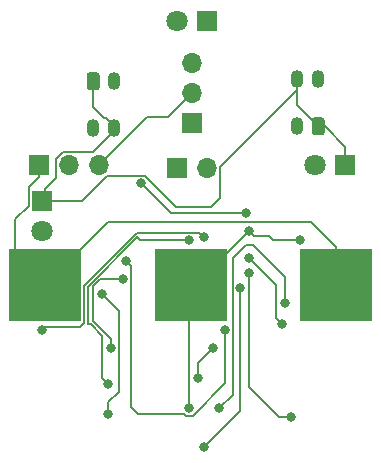
<source format=gbr>
G04 #@! TF.GenerationSoftware,KiCad,Pcbnew,(5.1.5)-3*
G04 #@! TF.CreationDate,2020-04-08T22:33:11-07:00*
G04 #@! TF.ProjectId,microbug,6d696372-6f62-4756-972e-6b696361645f,rev?*
G04 #@! TF.SameCoordinates,Original*
G04 #@! TF.FileFunction,Copper,L1,Top*
G04 #@! TF.FilePolarity,Positive*
%FSLAX46Y46*%
G04 Gerber Fmt 4.6, Leading zero omitted, Abs format (unit mm)*
G04 Created by KiCad (PCBNEW (5.1.5)-3) date 2020-04-08 22:33:11*
%MOMM*%
%LPD*%
G04 APERTURE LIST*
%ADD10R,6.096000X6.096000*%
%ADD11O,1.100000X1.500000*%
%ADD12C,0.100000*%
%ADD13O,1.700000X1.700000*%
%ADD14R,1.700000X1.700000*%
%ADD15C,1.800000*%
%ADD16R,1.800000X1.800000*%
%ADD17C,0.800000*%
%ADD18C,0.152400*%
G04 APERTURE END LIST*
D10*
X76454000Y-80772000D03*
X51816000Y-80772000D03*
X64135000Y-80772000D03*
D11*
X73130000Y-63310000D03*
X74930000Y-63310000D03*
G04 #@! TA.AperFunction,ComponentPad*
D12*
G36*
X75254775Y-66561202D02*
G01*
X75279014Y-66564798D01*
X75302784Y-66570752D01*
X75325856Y-66579007D01*
X75348008Y-66589484D01*
X75369026Y-66602082D01*
X75388708Y-66616679D01*
X75406865Y-66633135D01*
X75423321Y-66651292D01*
X75437918Y-66670974D01*
X75450516Y-66691992D01*
X75460993Y-66714144D01*
X75469248Y-66737216D01*
X75475202Y-66760986D01*
X75478798Y-66785225D01*
X75480000Y-66809700D01*
X75480000Y-67810300D01*
X75478798Y-67834775D01*
X75475202Y-67859014D01*
X75469248Y-67882784D01*
X75460993Y-67905856D01*
X75450516Y-67928008D01*
X75437918Y-67949026D01*
X75423321Y-67968708D01*
X75406865Y-67986865D01*
X75388708Y-68003321D01*
X75369026Y-68017918D01*
X75348008Y-68030516D01*
X75325856Y-68040993D01*
X75302784Y-68049248D01*
X75279014Y-68055202D01*
X75254775Y-68058798D01*
X75230300Y-68060000D01*
X74629700Y-68060000D01*
X74605225Y-68058798D01*
X74580986Y-68055202D01*
X74557216Y-68049248D01*
X74534144Y-68040993D01*
X74511992Y-68030516D01*
X74490974Y-68017918D01*
X74471292Y-68003321D01*
X74453135Y-67986865D01*
X74436679Y-67968708D01*
X74422082Y-67949026D01*
X74409484Y-67928008D01*
X74399007Y-67905856D01*
X74390752Y-67882784D01*
X74384798Y-67859014D01*
X74381202Y-67834775D01*
X74380000Y-67810300D01*
X74380000Y-66809700D01*
X74381202Y-66785225D01*
X74384798Y-66760986D01*
X74390752Y-66737216D01*
X74399007Y-66714144D01*
X74409484Y-66691992D01*
X74422082Y-66670974D01*
X74436679Y-66651292D01*
X74453135Y-66633135D01*
X74471292Y-66616679D01*
X74490974Y-66602082D01*
X74511992Y-66589484D01*
X74534144Y-66579007D01*
X74557216Y-66570752D01*
X74580986Y-66564798D01*
X74605225Y-66561202D01*
X74629700Y-66560000D01*
X75230300Y-66560000D01*
X75254775Y-66561202D01*
G37*
G04 #@! TD.AperFunction*
D11*
X73130000Y-67310000D03*
X57680000Y-67500000D03*
X55880000Y-67500000D03*
G04 #@! TA.AperFunction,ComponentPad*
D12*
G36*
X56204775Y-62751202D02*
G01*
X56229014Y-62754798D01*
X56252784Y-62760752D01*
X56275856Y-62769007D01*
X56298008Y-62779484D01*
X56319026Y-62792082D01*
X56338708Y-62806679D01*
X56356865Y-62823135D01*
X56373321Y-62841292D01*
X56387918Y-62860974D01*
X56400516Y-62881992D01*
X56410993Y-62904144D01*
X56419248Y-62927216D01*
X56425202Y-62950986D01*
X56428798Y-62975225D01*
X56430000Y-62999700D01*
X56430000Y-64000300D01*
X56428798Y-64024775D01*
X56425202Y-64049014D01*
X56419248Y-64072784D01*
X56410993Y-64095856D01*
X56400516Y-64118008D01*
X56387918Y-64139026D01*
X56373321Y-64158708D01*
X56356865Y-64176865D01*
X56338708Y-64193321D01*
X56319026Y-64207918D01*
X56298008Y-64220516D01*
X56275856Y-64230993D01*
X56252784Y-64239248D01*
X56229014Y-64245202D01*
X56204775Y-64248798D01*
X56180300Y-64250000D01*
X55579700Y-64250000D01*
X55555225Y-64248798D01*
X55530986Y-64245202D01*
X55507216Y-64239248D01*
X55484144Y-64230993D01*
X55461992Y-64220516D01*
X55440974Y-64207918D01*
X55421292Y-64193321D01*
X55403135Y-64176865D01*
X55386679Y-64158708D01*
X55372082Y-64139026D01*
X55359484Y-64118008D01*
X55349007Y-64095856D01*
X55340752Y-64072784D01*
X55334798Y-64049014D01*
X55331202Y-64024775D01*
X55330000Y-64000300D01*
X55330000Y-62999700D01*
X55331202Y-62975225D01*
X55334798Y-62950986D01*
X55340752Y-62927216D01*
X55349007Y-62904144D01*
X55359484Y-62881992D01*
X55372082Y-62860974D01*
X55386679Y-62841292D01*
X55403135Y-62823135D01*
X55421292Y-62806679D01*
X55440974Y-62792082D01*
X55461992Y-62779484D01*
X55484144Y-62769007D01*
X55507216Y-62760752D01*
X55530986Y-62754798D01*
X55555225Y-62751202D01*
X55579700Y-62750000D01*
X56180300Y-62750000D01*
X56204775Y-62751202D01*
G37*
G04 #@! TD.AperFunction*
D11*
X57680000Y-63500000D03*
D13*
X65532000Y-70866000D03*
D14*
X62992000Y-70866000D03*
D13*
X56388000Y-70612000D03*
X53848000Y-70612000D03*
D14*
X51308000Y-70612000D03*
D13*
X64262000Y-61976000D03*
X64262000Y-64516000D03*
D14*
X64262000Y-67056000D03*
D15*
X51562000Y-76200000D03*
D16*
X51562000Y-73660000D03*
D15*
X62992000Y-58420000D03*
D16*
X65532000Y-58420000D03*
D15*
X74676000Y-70612000D03*
D16*
X77216000Y-70612000D03*
D17*
X64008000Y-91186000D03*
X69088000Y-76200000D03*
X73406000Y-76962000D03*
X56642000Y-81534000D03*
X57150000Y-91694000D03*
X64008000Y-76962000D03*
X57150000Y-89154000D03*
X69088000Y-79756000D03*
X72644000Y-91948000D03*
X69088000Y-78486000D03*
X71882000Y-84074000D03*
X65278000Y-76708000D03*
X51562000Y-84582000D03*
X65278000Y-94488000D03*
X68326000Y-81026000D03*
X72136000Y-82296000D03*
X66548000Y-91186000D03*
X68834000Y-74676000D03*
X59944000Y-72136000D03*
X58420000Y-80264000D03*
X57404000Y-86106000D03*
X64770000Y-88646000D03*
X66040000Y-86106000D03*
X58674000Y-78740000D03*
X67056000Y-84582000D03*
D18*
X51816000Y-80772000D02*
X57150000Y-75438000D01*
X76454000Y-77571600D02*
X76454000Y-80772000D01*
X74320400Y-75438000D02*
X76454000Y-77571600D01*
X57150000Y-75438000D02*
X74320400Y-75438000D01*
X50687399Y-79643399D02*
X51816000Y-80772000D01*
X51308000Y-70612000D02*
X51308000Y-71614400D01*
X50433399Y-72489001D02*
X50433399Y-74026601D01*
X51308000Y-71614400D02*
X50433399Y-72489001D01*
X50433399Y-74026601D02*
X49276000Y-75184000D01*
X49276000Y-78232000D02*
X51816000Y-80772000D01*
X49276000Y-75184000D02*
X49276000Y-78232000D01*
X56777600Y-66597600D02*
X56977600Y-66597600D01*
X57680000Y-67300000D02*
X57680000Y-67500000D01*
X55880000Y-65700000D02*
X56777600Y-66597600D01*
X56977600Y-66597600D02*
X57680000Y-67300000D01*
X55880000Y-63500000D02*
X55880000Y-65700000D01*
X51816000Y-72607600D02*
X51816000Y-73660000D01*
X52769399Y-71654201D02*
X51816000Y-72607600D01*
X53330271Y-69533399D02*
X52769399Y-70094271D01*
X55846601Y-69533399D02*
X53330271Y-69533399D01*
X52769399Y-70094271D02*
X52769399Y-71654201D01*
X57680000Y-67700000D02*
X55846601Y-69533399D01*
X57680000Y-67500000D02*
X57680000Y-67700000D01*
X73130000Y-65510000D02*
X74930000Y-67310000D01*
X73130000Y-63310000D02*
X73130000Y-65510000D01*
X64008000Y-80899000D02*
X64135000Y-80772000D01*
X64008000Y-91186000D02*
X64008000Y-80899000D01*
X64770000Y-80137000D02*
X64135000Y-80772000D01*
X65024000Y-79883000D02*
X64135000Y-80772000D01*
X64516000Y-80772000D02*
X64135000Y-80772000D01*
X68580000Y-76708000D02*
X64516000Y-80772000D01*
X52868400Y-73660000D02*
X51816000Y-73660000D01*
X60245729Y-71507399D02*
X57088931Y-71507399D01*
X62906330Y-74168000D02*
X60245729Y-71507399D01*
X65858330Y-74168000D02*
X62906330Y-74168000D01*
X66610601Y-73415729D02*
X65858330Y-74168000D01*
X54936330Y-73660000D02*
X52868400Y-73660000D01*
X66610601Y-70731799D02*
X66610601Y-73415729D01*
X73130000Y-64212400D02*
X66610601Y-70731799D01*
X57088931Y-71507399D02*
X54936330Y-73660000D01*
X73130000Y-63310000D02*
X73130000Y-64212400D01*
X68580000Y-76708000D02*
X69088000Y-76200000D01*
X77216000Y-69046000D02*
X77216000Y-70612000D01*
X75480000Y-67310000D02*
X77216000Y-69046000D01*
X74930000Y-67310000D02*
X75480000Y-67310000D01*
X69487999Y-76599999D02*
X70757999Y-76599999D01*
X69088000Y-76200000D02*
X69487999Y-76599999D01*
X70757999Y-76599999D02*
X71120000Y-76962000D01*
X71120000Y-76962000D02*
X73406000Y-76962000D01*
X73406000Y-76962000D02*
X73406000Y-76962000D01*
X57150000Y-91694000D02*
X57150000Y-91694000D01*
X57150000Y-90678000D02*
X57150000Y-91694000D01*
X58032601Y-89795399D02*
X57150000Y-90678000D01*
X58032601Y-82924601D02*
X58032601Y-89795399D01*
X56642000Y-81534000D02*
X58032601Y-82924601D01*
X56388000Y-70612000D02*
X60452000Y-66548000D01*
X62230000Y-66548000D02*
X64262000Y-64516000D01*
X60452000Y-66548000D02*
X62230000Y-66548000D01*
X55422810Y-84074000D02*
X55683685Y-84074000D01*
X55422810Y-80898256D02*
X55422810Y-84074000D01*
X55683685Y-84074000D02*
X56642000Y-85032315D01*
X59613066Y-76708000D02*
X55422810Y-80898256D01*
X59867066Y-76962000D02*
X64008000Y-76962000D01*
X59613066Y-76708000D02*
X59867066Y-76962000D01*
X56642000Y-88646000D02*
X57150000Y-89154000D01*
X56642000Y-85032315D02*
X56642000Y-88646000D01*
X69088000Y-79756000D02*
X69088000Y-89408000D01*
X69088000Y-89408000D02*
X71628000Y-91948000D01*
X71628000Y-91948000D02*
X72644000Y-91948000D01*
X72644000Y-91948000D02*
X72644000Y-91948000D01*
X71882000Y-84074000D02*
X71882000Y-84074000D01*
X69088000Y-78486000D02*
X71374000Y-80772000D01*
X71374000Y-83566000D02*
X71882000Y-84074000D01*
X71374000Y-80772000D02*
X71374000Y-83566000D01*
X55092601Y-84002881D02*
X54767482Y-84328000D01*
X59581999Y-76308001D02*
X55092601Y-80797399D01*
X55092601Y-80797399D02*
X55092601Y-84002881D01*
X64878001Y-76308001D02*
X59581999Y-76308001D01*
X65278000Y-76708000D02*
X64878001Y-76308001D01*
X54767482Y-84328000D02*
X53340000Y-84328000D01*
X53340000Y-84328000D02*
X51816000Y-84328000D01*
X51816000Y-84328000D02*
X51562000Y-84582000D01*
X51562000Y-84582000D02*
X51562000Y-84582000D01*
X65278000Y-94488000D02*
X68326000Y-91440000D01*
X68326000Y-91440000D02*
X68326000Y-81026000D01*
X68326000Y-81026000D02*
X68326000Y-81026000D01*
X67697399Y-78438271D02*
X67697399Y-90036601D01*
X68786271Y-77349399D02*
X67697399Y-78438271D01*
X69389729Y-77349399D02*
X68786271Y-77349399D01*
X72136000Y-80095670D02*
X69389729Y-77349399D01*
X72136000Y-82296000D02*
X72136000Y-80095670D01*
X67697399Y-90036601D02*
X66548000Y-91186000D01*
X66548000Y-91186000D02*
X66548000Y-91186000D01*
X62484000Y-74676000D02*
X68834000Y-74676000D01*
X59944000Y-72136000D02*
X62484000Y-74676000D01*
X57404000Y-86106000D02*
X57404000Y-86106000D01*
X64770000Y-88646000D02*
X64770000Y-87376000D01*
X64770000Y-87376000D02*
X66040000Y-86106000D01*
X66040000Y-86106000D02*
X66040000Y-86106000D01*
X56521399Y-84461399D02*
X55880000Y-83820000D01*
X56488132Y-80264000D02*
X57912000Y-80264000D01*
X55880000Y-83820000D02*
X55880000Y-80872132D01*
X56521399Y-84480648D02*
X56521399Y-84461399D01*
X57912000Y-80264000D02*
X58420000Y-80264000D01*
X57404000Y-85363249D02*
X56521399Y-84480648D01*
X55880000Y-80872132D02*
X56488132Y-80264000D01*
X57404000Y-86106000D02*
X57404000Y-85363249D01*
X67056000Y-89068330D02*
X67056000Y-85147685D01*
X64309729Y-91814601D02*
X67056000Y-89068330D01*
X59690000Y-91694000D02*
X63585670Y-91694000D01*
X67056000Y-85147685D02*
X67056000Y-84582000D01*
X63585670Y-91694000D02*
X63706271Y-91814601D01*
X59073999Y-91077999D02*
X59690000Y-91694000D01*
X59073999Y-79139999D02*
X59073999Y-91077999D01*
X63706271Y-91814601D02*
X64309729Y-91814601D01*
X58674000Y-78740000D02*
X59073999Y-79139999D01*
M02*

</source>
